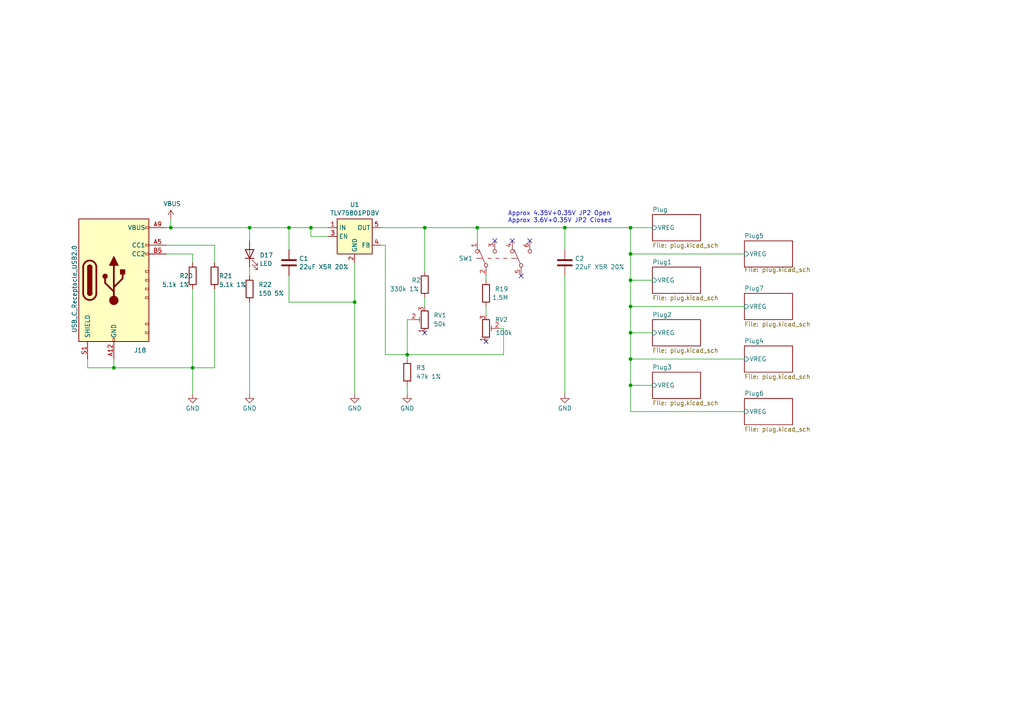
<source format=kicad_sch>
(kicad_sch (version 20230121) (generator eeschema)
  (paper "A4")
  (lib_symbols
    (symbol "Device:C" (pin_numbers hide) (pin_names (offset 0.254))
      (property "Reference" "C" (at 0.635 2.54 0))
      (property "Value" "C" (at 0.635 -2.54 0))
      (symbol "C_0_1"
        (polyline (pts (xy -2.032 -0.762) (xy 2.032 -0.762)) (stroke (width 0.508)))
        (polyline (pts (xy -2.032 0.762) (xy 2.032 0.762)) (stroke (width 0.508)))
      )
      (symbol "C_1_1"
        (pin passive line (at 0 3.81 270) (length 2.794) (name "~") (number "1"))
        (pin passive line (at 0 -3.81 90) (length 2.794) (name "~") (number "2"))
      )
    )
    (symbol "Device:LED" (pin_numbers hide) (pin_names (offset 1.016) hide)
      (property "Reference" "D" (at 0 2.54 0))
      (property "Value" "LED" (at 0 -2.54 0))
      (symbol "LED_0_1"
        (polyline (pts (xy -1.27 -1.27) (xy -1.27 1.27)) (stroke (width 0.254)))
        (polyline (pts (xy -1.27 0) (xy 1.27 0)))
        (polyline (pts (xy 1.27 -1.27) (xy 1.27 1.27) (xy -1.27 0) (xy 1.27 -1.27)) (stroke (width 0.254)))
        (polyline (pts (xy -3.048 -0.762) (xy -4.572 -2.286) (xy -3.81 -2.286) (xy -4.572 -2.286) (xy -4.572 -1.524)))
        (polyline (pts (xy -1.778 -0.762) (xy -3.302 -2.286) (xy -2.54 -2.286) (xy -3.302 -2.286) (xy -3.302 -1.524)))
      )
      (symbol "LED_1_1"
        (pin passive line (at -3.81 0 0) (length 2.54) (name "K") (number "1"))
        (pin passive line (at 3.81 0 180) (length 2.54) (name "A") (number "2"))
      )
    )
    (symbol "Device:R" (pin_numbers hide) (pin_names (offset 0))
      (property "Reference" "R" (at 2.032 0 90))
      (property "Value" "R" (at 0 0 90))
      (symbol "R_0_1"
        (rectangle (start -1.016 -2.54) (end 1.016 2.54) (stroke (width 0.254)))
      )
      (symbol "R_1_1"
        (pin passive line (at 0 3.81 270) (length 1.27) (name "~") (number "1"))
        (pin passive line (at 0 -3.81 90) (length 1.27) (name "~") (number "2"))
      )
    )
    (symbol "Device:R_Potentiometer_Trim" (pin_names (offset 1.016) hide)
      (property "Reference" "RV" (at -4.445 0 90))
      (property "Value" "R_Potentiometer_Trim" (at -2.54 0 90))
      (symbol "R_Potentiometer_Trim_0_1"
        (polyline (pts (xy 1.524 0.762) (xy 1.524 -0.762)))
        (polyline (pts (xy 2.54 0) (xy 1.524 0)))
        (rectangle (start 1.016 2.54) (end -1.016 -2.54) (stroke (width 0.254)))
      )
      (symbol "R_Potentiometer_Trim_1_1"
        (pin passive line (at 0 3.81 270) (length 1.27) (name "1") (number "1"))
        (pin passive line (at 3.81 0 180) (length 1.27) (name "2") (number "2"))
        (pin passive line (at 0 -3.81 90) (length 1.27) (name "3") (number "3"))
      )
    )
    (symbol "Pixels-dice:USB_C_Receptacle_USB2.0" (pin_names (offset 1.016))
      (property "Reference" "J" (at -10.16 19.05 0))
      (property "Value" "USB_C_Receptacle_USB2.0" (at 19.05 19.05 0))
      (symbol "USB_C_Receptacle_USB2.0_0_0"
        (rectangle (start -0.254 -17.78) (end 0.254 -16.764))
        (rectangle (start 10.16 -14.986) (end 9.144 -15.494))
        (rectangle (start 10.16 -12.446) (end 9.144 -12.954))
        (rectangle (start 10.16 -4.826) (end 9.144 -5.334))
        (rectangle (start 10.16 -2.286) (end 9.144 -2.794))
        (rectangle (start 10.16 0.254) (end 9.144 -0.254))
        (rectangle (start 10.16 2.794) (end 9.144 2.286))
        (rectangle (start 10.16 7.874) (end 9.144 7.366))
        (rectangle (start 10.16 10.414) (end 9.144 9.906))
        (rectangle (start 10.16 15.494) (end 9.144 14.986))
      )
      (symbol "USB_C_Receptacle_USB2.0_0_1"
        (rectangle (start -10.16 17.78) (end 10.16 -17.78) (stroke (width 0.254)) (fill (type background)))
        (arc (start -8.89 -3.81) (mid -6.985 -5.7067) (end -5.08 -3.81) (stroke (width 0.508)))
        (arc (start -7.62 -3.81) (mid -6.985 -4.4423) (end -6.35 -3.81) (stroke (width 0.254)))
        (arc (start -7.62 -3.81) (mid -6.985 -4.4423) (end -6.35 -3.81) (stroke (width 0.254)) (fill (type outline)))
        (rectangle (start -7.62 -3.81) (end -6.35 3.81) (stroke (width 0.254)) (fill (type outline)))
        (arc (start -6.35 3.81) (mid -6.985 4.4423) (end -7.62 3.81) (stroke (width 0.254)))
        (arc (start -6.35 3.81) (mid -6.985 4.4423) (end -7.62 3.81) (stroke (width 0.254)) (fill (type outline)))
        (arc (start -5.08 3.81) (mid -6.985 5.7067) (end -8.89 3.81) (stroke (width 0.508)))
        (circle (center -2.54 1.143) (radius 0.635) (stroke (width 0.254)) (fill (type outline)))
        (circle (center 0 -5.842) (radius 1.27) (fill (type outline)))
        (polyline (pts (xy -8.89 -3.81) (xy -8.89 3.81)) (stroke (width 0.508)))
        (polyline (pts (xy -5.08 3.81) (xy -5.08 -3.81)) (stroke (width 0.508)))
        (polyline (pts (xy 0 -5.842) (xy 0 4.318)) (stroke (width 0.508)))
        (polyline (pts (xy 0 -3.302) (xy -2.54 -0.762) (xy -2.54 0.508)) (stroke (width 0.508)))
        (polyline (pts (xy 0 -2.032) (xy 2.54 0.508) (xy 2.54 1.778)) (stroke (width 0.508)))
        (polyline (pts (xy -1.27 4.318) (xy 0 6.858) (xy 1.27 4.318) (xy -1.27 4.318)) (stroke (width 0.254)) (fill (type outline)))
        (rectangle (start 1.905 1.778) (end 3.175 3.048) (stroke (width 0.254)) (fill (type outline)))
      )
      (symbol "USB_C_Receptacle_USB2.0_1_1"
        (pin passive line (at 0 -22.86 90) (length 5.08) (name "GND") (number "A12"))
        (pin bidirectional line (at 15.24 10.16 180) (length 5.08) (name "CC1") (number "A5"))
        (pin passive line (at 15.24 15.24 180) (length 5.08) (name "VBUS") (number "A9"))
        (pin passive line (at 0 -22.86 90) (length 5.08) hide (name "GND") (number "B12"))
        (pin bidirectional line (at 15.24 7.62 180) (length 5.08) (name "CC2") (number "B5"))
        (pin passive line (at 15.24 15.24 180) (length 5.08) hide (name "VBUS") (number "B9"))
        (pin passive line (at -7.62 -22.86 90) (length 5.08) (name "SHIELD") (number "S1"))
      )
    )
    (symbol "Regulator_Linear:TLV75801PDBV"
      (property "Reference" "U" (at -3.81 6.35 0))
      (property "Value" "TLV75801PDBV" (at 0 6.35 0))
      (symbol "TLV75801PDBV_0_1"
        (rectangle (start 5.08 -5.08) (end -5.08 5.08) (stroke (width 0.254)) (fill (type background)))
      )
      (symbol "TLV75801PDBV_1_1"
        (pin power_in line (at -7.62 2.54 0) (length 2.54) (name "IN") (number "1"))
        (pin power_in line (at 0 -7.62 90) (length 2.54) (name "GND") (number "2"))
        (pin input line (at -7.62 0 0) (length 2.54) (name "EN") (number "3"))
        (pin input line (at 7.62 -2.54 180) (length 2.54) (name "FB") (number "4"))
        (pin power_out line (at 7.62 2.54 180) (length 2.54) (name "OUT") (number "5"))
      )
    )
    (symbol "Switch:SW_Push_DPDT" (pin_names (offset 0) hide)
      (property "Reference" "SW" (at 0 8.89 0))
      (property "Value" "SW_Push_DPDT" (at 0 -10.16 0))
      (symbol "SW_Push_DPDT_0_0"
        (circle (center -2.032 -5.08) (radius 0.508))
        (circle (center -2.032 5.08) (radius 0.508))
        (circle (center 2.032 -7.62) (radius 0.508))
        (circle (center 2.032 2.54) (radius 0.508))
      )
      (symbol "SW_Push_DPDT_0_1"
        (polyline (pts (xy -1.524 -4.826) (xy 2.54 -3.048)))
        (polyline (pts (xy -1.524 5.334) (xy 2.54 7.112)))
        (polyline (pts (xy 0 -2.286) (xy 0 -4.064)))
        (polyline (pts (xy 0 -1.016) (xy 0 0)))
        (polyline (pts (xy 0 1.27) (xy 0 2.286)))
        (polyline (pts (xy 0 3.556) (xy 0 4.572)))
        (polyline (pts (xy 0 7.874) (xy 0 6.096)))
        (circle (center 2.032 -2.54) (radius 0.508))
        (circle (center 2.032 7.62) (radius 0.508))
      )
      (symbol "SW_Push_DPDT_1_1"
        (pin passive line (at 5.08 7.62 180) (length 2.54) (name "A") (number "1"))
        (pin passive line (at -5.08 5.08 0) (length 2.54) (name "B") (number "2"))
        (pin passive line (at 5.08 2.54 180) (length 2.54) (name "C") (number "3"))
        (pin passive line (at 5.08 -2.54 180) (length 2.54) (name "A") (number "4"))
        (pin passive line (at -5.08 -5.08 0) (length 2.54) (name "B") (number "5"))
        (pin passive line (at 5.08 -7.62 180) (length 2.54) (name "C") (number "6"))
      )
    )
    (symbol "power:GND" (power) (pin_names (offset 0))
      (property "Value" "GND" (at 0 -3.81 0))
      (symbol "GND_0_1"
        (polyline (pts (xy 0 0) (xy 0 -1.27) (xy 1.27 -1.27) (xy 0 -2.54) (xy -1.27 -1.27) (xy 0 -1.27)))
      )
      (symbol "GND_1_1"
        (pin power_in line (at 0 0 270) (length 0) hide (name "GND") (number "1"))
      )
    )
    (symbol "power:VBUS" (power) (pin_names (offset 0))
      (property "Value" "VBUS" (at 0 3.81 0))
      (symbol "VBUS_0_1"
        (polyline (pts (xy -0.762 1.27) (xy 0 2.54)))
        (polyline (pts (xy 0 0) (xy 0 2.54)))
        (polyline (pts (xy 0 2.54) (xy 0.762 1.27)))
      )
      (symbol "VBUS_1_1"
        (pin power_in line (at 0 0 90) (length 0) hide (name "VBUS") (number "1"))
      )
    )
  )
  (junction (at 102.87 87.63))
  (junction (at 90.17 66.04))
  (junction (at 182.88 104.14))
  (junction (at 182.88 111.76))
  (junction (at 182.88 96.52))
  (junction (at 182.88 66.04))
  (junction (at 182.88 81.28))
  (junction (at 33.02 106.68))
  (junction (at 55.88 106.68))
  (junction (at 83.82 66.04))
  (junction (at 138.43 66.04))
  (junction (at 163.83 66.04))
  (junction (at 123.19 66.04))
  (junction (at 182.88 88.9))
  (junction (at 49.53 66.04))
  (junction (at 182.88 73.66))
  (junction (at 118.11 102.87))
  (junction (at 72.39 66.04))
  (no_connect (at 123.19 96.52))
  (no_connect (at 151.13 80.01))
  (no_connect (at 148.59 69.85))
  (no_connect (at 140.97 99.06))
  (no_connect (at 143.51 69.85))
  (no_connect (at 153.67 69.85))
  (wire (pts (xy 182.88 81.28) (xy 189.23 81.28)))
  (wire (pts (xy 72.39 66.04) (xy 83.82 66.04)))
  (wire (pts (xy 182.88 104.14) (xy 215.9 104.14)))
  (wire (pts (xy 110.49 71.12) (xy 111.76 71.12)))
  (wire (pts (xy 123.19 66.04) (xy 138.43 66.04)))
  (wire (pts (xy 25.4 104.14) (xy 25.4 106.68)))
  (wire (pts (xy 49.53 66.04) (xy 72.39 66.04)))
  (wire (pts (xy 163.83 80.01) (xy 163.83 114.3)))
  (wire (pts (xy 95.25 68.58) (xy 90.17 68.58)))
  (wire (pts (xy 90.17 68.58) (xy 90.17 66.04)))
  (wire (pts (xy 118.11 92.71) (xy 118.11 102.87)))
  (wire (pts (xy 182.88 96.52) (xy 182.88 104.14)))
  (wire (pts (xy 182.88 96.52) (xy 189.23 96.52)))
  (wire (pts (xy 111.76 71.12) (xy 111.76 102.87)))
  (wire (pts (xy 48.26 73.66) (xy 55.88 73.66)))
  (wire (pts (xy 182.88 66.04) (xy 182.88 73.66)))
  (wire (pts (xy 182.88 88.9) (xy 182.88 96.52)))
  (wire (pts (xy 90.17 66.04) (xy 95.25 66.04)))
  (wire (pts (xy 118.11 114.3) (xy 118.11 111.76)))
  (wire (pts (xy 62.23 83.82) (xy 62.23 106.68)))
  (wire (pts (xy 163.83 66.04) (xy 182.88 66.04)))
  (wire (pts (xy 48.26 66.04) (xy 49.53 66.04)))
  (wire (pts (xy 182.88 88.9) (xy 215.9 88.9)))
  (wire (pts (xy 33.02 104.14) (xy 33.02 106.68)))
  (wire (pts (xy 182.88 81.28) (xy 182.88 88.9)))
  (wire (pts (xy 138.43 66.04) (xy 163.83 66.04)))
  (wire (pts (xy 163.83 66.04) (xy 163.83 72.39)))
  (wire (pts (xy 83.82 66.04) (xy 90.17 66.04)))
  (wire (pts (xy 146.05 95.25) (xy 146.05 102.87)))
  (wire (pts (xy 83.82 80.01) (xy 83.82 87.63)))
  (wire (pts (xy 49.53 63.5) (xy 49.53 66.04)))
  (wire (pts (xy 118.11 102.87) (xy 118.11 104.14)))
  (wire (pts (xy 83.82 66.04) (xy 83.82 72.39)))
  (wire (pts (xy 119.38 92.71) (xy 118.11 92.71)))
  (wire (pts (xy 189.23 66.04) (xy 182.88 66.04)))
  (wire (pts (xy 33.02 106.68) (xy 55.88 106.68)))
  (wire (pts (xy 111.76 102.87) (xy 118.11 102.87)))
  (wire (pts (xy 123.19 86.36) (xy 123.19 88.9)))
  (wire (pts (xy 182.88 73.66) (xy 182.88 81.28)))
  (wire (pts (xy 72.39 87.63) (xy 72.39 114.3)))
  (wire (pts (xy 25.4 106.68) (xy 33.02 106.68)))
  (wire (pts (xy 182.88 119.38) (xy 182.88 111.76)))
  (wire (pts (xy 72.39 66.04) (xy 72.39 69.85)))
  (wire (pts (xy 55.88 106.68) (xy 62.23 106.68)))
  (wire (pts (xy 83.82 87.63) (xy 102.87 87.63)))
  (wire (pts (xy 55.88 73.66) (xy 55.88 76.2)))
  (wire (pts (xy 118.11 102.87) (xy 146.05 102.87)))
  (wire (pts (xy 140.97 88.9) (xy 140.97 91.44)))
  (wire (pts (xy 140.97 80.01) (xy 140.97 81.28)))
  (wire (pts (xy 144.78 95.25) (xy 146.05 95.25)))
  (wire (pts (xy 48.26 71.12) (xy 62.23 71.12)))
  (wire (pts (xy 102.87 76.2) (xy 102.87 87.63)))
  (wire (pts (xy 215.9 119.38) (xy 182.88 119.38)))
  (wire (pts (xy 182.88 73.66) (xy 215.9 73.66)))
  (wire (pts (xy 182.88 111.76) (xy 189.23 111.76)))
  (wire (pts (xy 182.88 104.14) (xy 182.88 111.76)))
  (wire (pts (xy 72.39 77.47) (xy 72.39 80.01)))
  (wire (pts (xy 110.49 66.04) (xy 123.19 66.04)))
  (wire (pts (xy 62.23 71.12) (xy 62.23 76.2)))
  (wire (pts (xy 102.87 87.63) (xy 102.87 114.3)))
  (wire (pts (xy 55.88 106.68) (xy 55.88 114.3)))
  (wire (pts (xy 123.19 66.04) (xy 123.19 78.74)))
  (wire (pts (xy 55.88 83.82) (xy 55.88 106.68)))
  (wire (pts (xy 138.43 66.04) (xy 138.43 69.85)))
  (text "Approx 4.35V+0.35V JP2 Open\nApprox 3.6V+0.35V JP2 Closed" (at 147.32 64.77 0) (effects (font (size 1.27 1.27)) (justify left bottom)))
  (symbol (lib_id "Device:C") (at 163.83 76.2 0) (unit 1)
    (property "Reference" "C2" (at 166.751 74.9879 0) (effects (justify left)))
    (property "Value" "22uF X5R 20%" (at 166.751 77.4121 0) (effects (justify left)))
    (property "Footprint" "Capacitor_SMD:C_0805_2012Metric" (effects hide))
    (property "LCSC Part Number" "C86816" (effects hide))
    (property "Manufacturer" "Murata Electronics" (effects hide))
    (property "Part Number" "GRM21BR61E226ME44L" (effects hide))
  )
  (symbol (lib_id "power:GND") (at 163.83 114.3 0) (unit 1)
    (property "Reference" "#PWR06" (effects hide))
    (property "Value" "GND" (at 163.83 118.4331 0))
  )
  (symbol (lib_id "Device:R") (at 118.11 107.95 0) (unit 1)
    (property "Reference" "R3" (at 120.65 106.68 0) (effects (justify left)))
    (property "Value" "47k 1%" (at 120.65 109.22 0) (effects (justify left)))
    (property "Footprint" "Resistor_SMD:R_0603_1608Metric" (effects hide))
    (property "LCSC Part Number" "C25819" (effects hide))
    (property "Manufacturer" "UNI-ROYAL(Uniroyal Elec)" (effects hide))
    (property "Part Number" "0603WAF4702T5E" (effects hide))
  )
  (symbol (lib_id "power:GND") (at 102.87 114.3 0) (unit 1)
    (property "Reference" "#PWR01" (effects hide))
    (property "Value" "GND" (at 102.87 118.4331 0))
  )
  (symbol (lib_id "Device:R") (at 123.19 82.55 0) (unit 1)
    (property "Reference" "R2" (at 119.38 81.28 0) (effects (justify left)))
    (property "Value" "330k 1%" (at 113.03 83.82 0) (effects (justify left)))
    (property "Footprint" "Resistor_SMD:R_0603_1608Metric" (effects hide))
    (property "LCSC Part Number" "C23137" (effects hide))
    (property "Manufacturer" "UNI-ROYAL(Uniroyal Elec)" (effects hide))
    (property "Part Number" "0603WAF3303T5E" (effects hide))
  )
  (symbol (lib_id "Device:LED") (at 72.39 73.66 90) (unit 1)
    (property "Reference" "D17" (at 75.311 74.0354 90) (effects (justify right)))
    (property "Value" "LED" (at 75.311 76.4596 90) (effects (justify right)))
    (property "Footprint" "LED_SMD:LED_0603_1608Metric" (effects hide))
    (property "LCSC Part Number" "C965799" (effects hide))
    (property "Manufacturer" "XINGLIGHT" (effects hide))
    (property "Part Number" "XL-1608SURC-06" (effects hide))
  )
  (symbol (lib_id "Device:R_Potentiometer_Trim") (at 140.97 95.25 0) (mirror x) (unit 1)
    (property "Reference" "RV2" (at 147.32 92.71 0) (effects (justify right)))
    (property "Value" "100k" (at 148.59 96.52 0) (effects (justify right)))
    (property "Footprint" "Potentiometer_SMD:Potentiometer_Bourns_3314G_Vertical" (effects hide))
    (property "LCSC Part Number" "C780219" (effects hide))
    (property "Manufacturer" "BOURNS" (effects hide))
    (property "Part Number" "3314G-1-104E" (effects hide))
  )
  (symbol (lib_id "Device:R") (at 55.88 80.01 180) (unit 1)
    (property "Reference" "R20" (at 52.07 80.01 0) (effects (justify right)))
    (property "Value" "5.1k 1%" (at 46.99 82.55 0) (effects (justify right)))
    (property "Footprint" "Resistor_SMD:R_0402_1005Metric" (effects hide))
    (property "LCSC Part Number" "C25905" (effects hide))
    (property "Part Number" "0402WGF5101TCE" (effects hide))
    (property "Manufacturer" "UNI-ROYAL(Uniroyal Elec)" (effects hide))
    (property "Pixels Part Number" "SMD-R101" (effects hide))
  )
  (symbol (lib_id "power:GND") (at 118.11 114.3 0) (unit 1)
    (property "Reference" "#PWR02" (effects hide))
    (property "Value" "GND" (at 118.11 118.4331 0))
  )
  (symbol (lib_id "Device:R") (at 62.23 80.01 180) (unit 1)
    (property "Reference" "R21" (at 63.5 80.01 0) (effects (justify right)))
    (property "Value" "5.1k 1%" (at 63.5 82.55 0) (effects (justify right)))
    (property "Footprint" "Resistor_SMD:R_0402_1005Metric" (effects hide))
    (property "LCSC Part Number" "C25905" (effects hide))
    (property "Part Number" "0402WGF5101TCE" (effects hide))
    (property "Manufacturer" "UNI-ROYAL(Uniroyal Elec)" (effects hide))
    (property "Pixels Part Number" "SMD-R101" (effects hide))
  )
  (symbol (lib_id "Regulator_Linear:TLV75801PDBV") (at 102.87 68.58 0) (unit 1)
    (property "Reference" "U1" (at 102.87 59.3557 0))
    (property "Value" "TLV75801PDBV" (at 102.87 61.7799 0))
    (property "Footprint" "Package_TO_SOT_SMD:SOT-23-5" (effects hide))
    (property "Datasheet" "https://www.ti.com/lit/ds/symlink/tlv758p.pdf" (effects hide))
    (property "LCSC Part Number" "C2877852" (effects hide))
    (property "Manufacturer" "Texas Instruments" (effects hide))
    (property "Part Number" "TLV75801PDBVR" (effects hide))
  )
  (symbol (lib_id "Device:R") (at 140.97 85.09 0) (unit 1)
    (property "Reference" "R19" (at 143.51 83.82 0) (effects (justify left)))
    (property "Value" "1.5M" (at 142.748 86.3021 0) (effects (justify left)))
    (property "Footprint" "Resistor_SMD:R_0603_1608Metric" (effects hide))
    (property "LCSC Part Number" "C4172" (effects hide))
    (property "Manufacturer" "UNI-ROYAL(Uniroyal Elec)" (effects hide))
    (property "Part Number" "0603WAF1504T5E" (effects hide))
  )
  (symbol (lib_id "Switch:SW_Push_DPDT") (at 146.05 74.93 90) (unit 1)
    (property "Reference" "SW1" (at 137.16 74.93 90) (effects (justify left)))
    (property "Value" "SW_Push_DPDT" (effects hide))
    (property "Footprint" "Pixels-dice:XKB8080-W" (effects hide))
    (property "LCSC Part Number" "C318861" (effects hide))
    (property "Manufacturer" "XKB Connectivity" (effects hide))
    (property "Part Number" "XKB8080-W" (effects hide))
  )
  (symbol (lib_id "Pixels-dice:USB_C_Receptacle_USB2.0") (at 33.02 81.28 0) (unit 1)
    (property "Reference" "J18" (at 40.64 101.6 0))
    (property "Value" "USB_C_Receptacle_USB2.0" (at 21.59 83.82 90))
    (property "Footprint" "Pixels-dice:USB-C-SMD_10P-P1.00-L6.8-W8.9" (effects hide))
    (property "Datasheet" "https://www.usb.org/sites/default/files/documents/usb_type-c.zip" (effects hide))
    (property "LCSC Part Number" "C283540" (effects hide))
    (property "Part Number" "TYPE-C-31-M-17" (effects hide))
    (property "Manufacturer" "Korean Hroparts Elec" (effects hide))
    (property "Pixels Part Number" "SMD-J108" (effects hide))
  )
  (symbol (lib_id "Device:R_Potentiometer_Trim") (at 123.19 92.71 180) (unit 1)
    (property "Reference" "RV1" (at 125.73 91.44 0) (effects (justify right)))
    (property "Value" "50k" (at 125.73 93.98 0) (effects (justify right)))
    (property "Footprint" "Potentiometer_SMD:Potentiometer_Bourns_3314G_Vertical" (effects hide))
    (property "LCSC Part Number" "C719184" (effects hide))
    (property "Manufacturer" "BOURNS" (effects hide))
    (property "Part Number" "3314G-1-503E" (effects hide))
  )
  (symbol (lib_id "power:GND") (at 55.88 114.3 0) (unit 1)
    (property "Reference" "#PWR03" (effects hide))
    (property "Value" "GND" (at 55.88 118.4331 0))
  )
  (symbol (lib_id "Device:C") (at 83.82 76.2 0) (unit 1)
    (property "Reference" "C1" (at 86.741 74.9879 0) (effects (justify left)))
    (property "Value" "22uF X5R 20%" (at 86.741 77.4121 0) (effects (justify left)))
    (property "Footprint" "Capacitor_SMD:C_0805_2012Metric" (effects hide))
    (property "LCSC Part Number" "C86816" (effects hide))
    (property "Manufacturer" "Murata Electronics" (effects hide))
    (property "Part Number" "GRM21BR61E226ME44L" (effects hide))
  )
  (symbol (lib_id "power:GND") (at 72.39 114.3 0) (unit 1)
    (property "Reference" "#PWR032" (effects hide))
    (property "Value" "GND" (at 72.39 118.4331 0))
  )
  (symbol (lib_id "Device:R") (at 72.39 83.82 0) (unit 1)
    (property "Reference" "R22" (at 74.93 82.55 0) (effects (justify left)))
    (property "Value" "150 5%" (at 74.93 85.09 0) (effects (justify left)))
    (property "Footprint" "Resistor_SMD:R_0603_1608Metric" (effects hide))
    (property "LCSC Part Number" "C22808" (effects hide))
    (property "Manufacturer" "UNI-ROYAL(Uniroyal Elec)" (effects hide))
    (property "Part Number" "0603WAF1500T5E" (effects hide))
  )
  (symbol (lib_id "power:VBUS") (at 49.53 63.5 0) (unit 1)
    (property "Reference" "#PWR013" (effects hide))
    (property "Value" "VBUS" (at 49.911 59.1058 0))
  )
  (sheet (at 189.23 62.23) (size 13.97 7.62) (stroke (width 0.1524))
    (property "Sheetname" "Plug" (at 189.23 61.5184 0) (effects (justify left bottom)))
    (property "Sheetfile" "plug.kicad_sch" (at 189.23 70.4346 0) (effects (justify left top)))
    (pin "VREG" input (at 189.23 66.04 180))
  )
  (sheet (at 189.23 77.47) (size 13.97 7.62) (stroke (width 0.1524))
    (property "Sheetname" "Plug1" (at 189.23 76.7584 0) (effects (justify left bottom)))
    (property "Sheetfile" "plug.kicad_sch" (at 189.23 85.6746 0) (effects (justify left top)))
    (pin "VREG" input (at 189.23 81.28 180))
  )
  (sheet (at 189.23 107.95) (size 13.97 7.62) (stroke (width 0.1524))
    (property "Sheetname" "Plug3" (at 189.23 107.2384 0) (effects (justify left bottom)))
    (property "Sheetfile" "plug.kicad_sch" (at 189.23 116.1546 0) (effects (justify left top)))
    (pin "VREG" input (at 189.23 111.76 180))
  )
  (sheet (at 215.9 100.33) (size 13.97 7.62) (stroke (width 0.1524))
    (property "Sheetname" "Plug4" (at 215.9 99.6184 0) (effects (justify left bottom)))
    (property "Sheetfile" "plug.kicad_sch" (at 215.9 108.5346 0) (effects (justify left top)))
    (pin "VREG" input (at 215.9 104.14 180))
  )
  (sheet (at 215.9 115.57) (size 13.97 7.62) (stroke (width 0.1524))
    (property "Sheetname" "Plug6" (at 215.9 114.8584 0) (effects (justify left bottom)))
    (property "Sheetfile" "plug.kicad_sch" (at 215.9 123.7746 0) (effects (justify left top)))
    (pin "VREG" input (at 215.9 119.38 180))
  )
  (sheet (at 189.23 92.71) (size 13.97 7.62) (stroke (width 0.1524))
    (property "Sheetname" "Plug2" (at 189.23 91.9984 0) (effects (justify left bottom)))
    (property "Sheetfile" "plug.kicad_sch" (at 189.23 100.9146 0) (effects (justify left top)))
    (pin "VREG" input (at 189.23 96.52 180))
  )
  (sheet (at 215.9 69.85) (size 13.97 7.62) (stroke (width 0.1524))
    (property "Sheetname" "Plug5" (at 215.9 69.1384 0) (effects (justify left bottom)))
    (property "Sheetfile" "plug.kicad_sch" (at 215.9 77.47 0) (effects (justify left top)))
    (pin "VREG" input (at 215.9 73.66 180))
  )
  (sheet (at 215.9 85.09) (size 13.97 7.62) (stroke (width 0.1524))
    (property "Sheetname" "Plug7" (at 215.9 84.3784 0) (effects (justify left bottom)))
    (property "Sheetfile" "plug.kicad_sch" (at 215.9 93.2946 0) (effects (justify left top)))
    (pin "VREG" input (at 215.9 88.9 180))
  )
)
</source>
